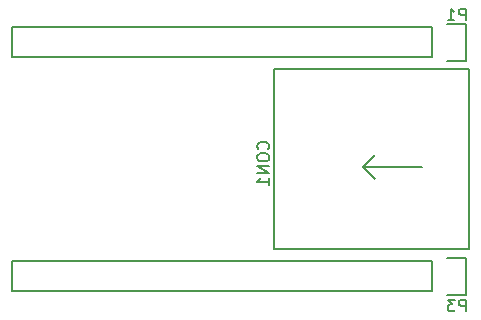
<source format=gbr>
G04 #@! TF.FileFunction,Legend,Bot*
%FSLAX46Y46*%
G04 Gerber Fmt 4.6, Leading zero omitted, Abs format (unit mm)*
G04 Created by KiCad (PCBNEW 4.0.3+e1-6302~38~ubuntu14.04.1-stable) date Wed Aug 31 17:21:32 2016*
%MOMM*%
%LPD*%
G01*
G04 APERTURE LIST*
%ADD10C,0.100000*%
%ADD11C,0.150000*%
G04 APERTURE END LIST*
D10*
D11*
X172212000Y-113792000D02*
X136652000Y-113792000D01*
X136652000Y-113792000D02*
X136652000Y-111252000D01*
X136652000Y-111252000D02*
X172212000Y-111252000D01*
X175032000Y-110972000D02*
X173482000Y-110972000D01*
X172212000Y-111252000D02*
X172212000Y-113792000D01*
X173482000Y-114072000D02*
X175032000Y-114072000D01*
X175032000Y-114072000D02*
X175032000Y-110972000D01*
X172212000Y-133604000D02*
X136652000Y-133604000D01*
X136652000Y-133604000D02*
X136652000Y-131064000D01*
X136652000Y-131064000D02*
X172212000Y-131064000D01*
X175032000Y-130784000D02*
X173482000Y-130784000D01*
X172212000Y-131064000D02*
X172212000Y-133604000D01*
X173482000Y-133884000D02*
X175032000Y-133884000D01*
X175032000Y-133884000D02*
X175032000Y-130784000D01*
X175314000Y-114813000D02*
X158814000Y-114813000D01*
X158814000Y-114813000D02*
X158814000Y-129563000D01*
X158814000Y-129563000D02*
X158814000Y-130063000D01*
X158814000Y-130063000D02*
X175314000Y-130063000D01*
X175314000Y-130063000D02*
X175314000Y-114813000D01*
X171314000Y-123063000D02*
X166314000Y-123063000D01*
X166314000Y-123063000D02*
X167314000Y-124063000D01*
X167314000Y-124063000D02*
X166314000Y-123063000D01*
X166314000Y-123063000D02*
X167314000Y-122063000D01*
X175028095Y-110662381D02*
X175028095Y-109662381D01*
X174647142Y-109662381D01*
X174551904Y-109710000D01*
X174504285Y-109757619D01*
X174456666Y-109852857D01*
X174456666Y-109995714D01*
X174504285Y-110090952D01*
X174551904Y-110138571D01*
X174647142Y-110186190D01*
X175028095Y-110186190D01*
X173504285Y-110662381D02*
X174075714Y-110662381D01*
X173790000Y-110662381D02*
X173790000Y-109662381D01*
X173885238Y-109805238D01*
X173980476Y-109900476D01*
X174075714Y-109948095D01*
X175028095Y-135312381D02*
X175028095Y-134312381D01*
X174647142Y-134312381D01*
X174551904Y-134360000D01*
X174504285Y-134407619D01*
X174456666Y-134502857D01*
X174456666Y-134645714D01*
X174504285Y-134740952D01*
X174551904Y-134788571D01*
X174647142Y-134836190D01*
X175028095Y-134836190D01*
X174123333Y-134312381D02*
X173504285Y-134312381D01*
X173837619Y-134693333D01*
X173694761Y-134693333D01*
X173599523Y-134740952D01*
X173551904Y-134788571D01*
X173504285Y-134883810D01*
X173504285Y-135121905D01*
X173551904Y-135217143D01*
X173599523Y-135264762D01*
X173694761Y-135312381D01*
X173980476Y-135312381D01*
X174075714Y-135264762D01*
X174123333Y-135217143D01*
X158297143Y-121545715D02*
X158344762Y-121498096D01*
X158392381Y-121355239D01*
X158392381Y-121260001D01*
X158344762Y-121117143D01*
X158249524Y-121021905D01*
X158154286Y-120974286D01*
X157963810Y-120926667D01*
X157820952Y-120926667D01*
X157630476Y-120974286D01*
X157535238Y-121021905D01*
X157440000Y-121117143D01*
X157392381Y-121260001D01*
X157392381Y-121355239D01*
X157440000Y-121498096D01*
X157487619Y-121545715D01*
X157392381Y-122164762D02*
X157392381Y-122355239D01*
X157440000Y-122450477D01*
X157535238Y-122545715D01*
X157725714Y-122593334D01*
X158059048Y-122593334D01*
X158249524Y-122545715D01*
X158344762Y-122450477D01*
X158392381Y-122355239D01*
X158392381Y-122164762D01*
X158344762Y-122069524D01*
X158249524Y-121974286D01*
X158059048Y-121926667D01*
X157725714Y-121926667D01*
X157535238Y-121974286D01*
X157440000Y-122069524D01*
X157392381Y-122164762D01*
X158392381Y-123021905D02*
X157392381Y-123021905D01*
X158392381Y-123593334D01*
X157392381Y-123593334D01*
X158392381Y-124593334D02*
X158392381Y-124021905D01*
X158392381Y-124307619D02*
X157392381Y-124307619D01*
X157535238Y-124212381D01*
X157630476Y-124117143D01*
X157678095Y-124021905D01*
M02*

</source>
